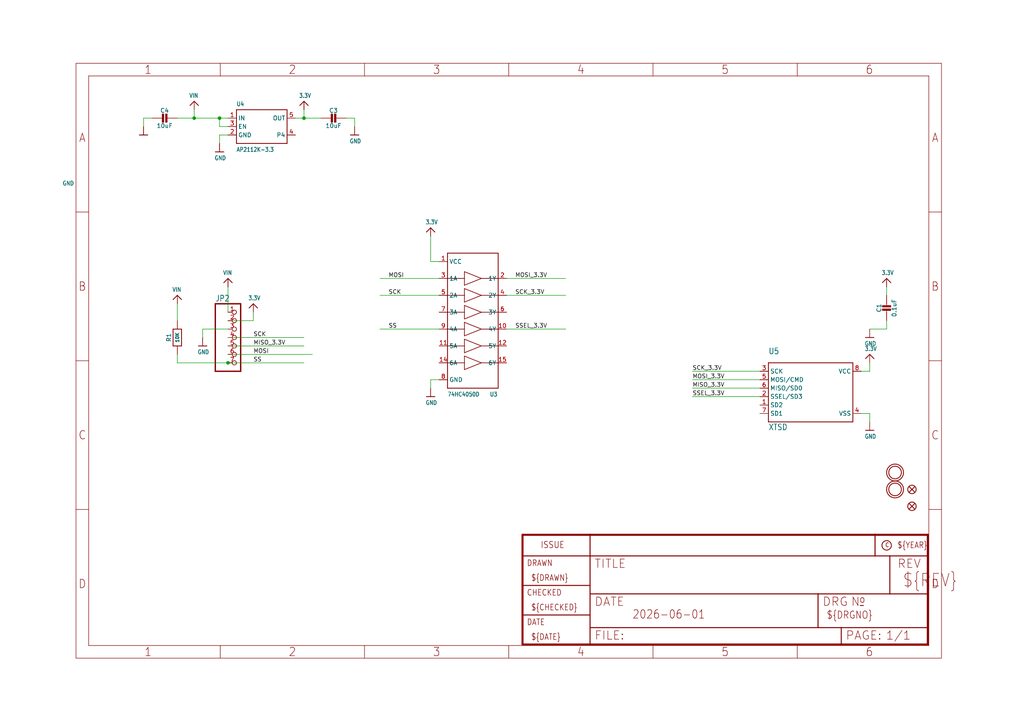
<source format=kicad_sch>
(kicad_sch (version 20230121) (generator eeschema)
  (paper "User" 308.026 217.322)
  (lib_symbols
    (symbol "working-eagle-import:3.3V" (power)
      (property "Value" "3.3V" (at -1.524 1.016 0))
      (symbol "3.3V_1_0"
        (polyline (pts (xy -1.27 -1.27) (xy 0 0)) (stroke (width 0.254)))
        (polyline (pts (xy 0 0) (xy 1.27 -1.27)) (stroke (width 0.254)))
        (pin power_in line (at 0 -2.54 90) (length 2.54) (name "3.3V") (number "1"))
      )
    )
    (symbol "working-eagle-import:74HC4050DTSSOP"
      (property "Reference" "U" (at -7.62 22.86 0))
      (symbol "74HC4050DTSSOP_1_0"
        (polyline (pts (xy -7.62 -20.32) (xy -7.62 20.32)) (stroke (width 0.254)))
        (polyline (pts (xy -7.62 -12.7) (xy -2.54 -12.7)) (stroke (width 0.2032)))
        (polyline (pts (xy -7.62 -7.62) (xy -2.54 -7.62)) (stroke (width 0.2032)))
        (polyline (pts (xy -7.62 -2.54) (xy -2.54 -2.54)) (stroke (width 0.2032)))
        (polyline (pts (xy -7.62 2.54) (xy -2.54 2.54)) (stroke (width 0.2032)))
        (polyline (pts (xy -7.62 7.62) (xy -2.54 7.62)) (stroke (width 0.2032)))
        (polyline (pts (xy -7.62 12.7) (xy -2.54 12.7)) (stroke (width 0.2032)))
        (polyline (pts (xy -7.62 20.32) (xy 7.62 20.32)) (stroke (width 0.254)))
        (polyline (pts (xy -2.54 -14.732) (xy -2.54 -12.7)) (stroke (width 0.2032)))
        (polyline (pts (xy -2.54 -14.732) (xy 2.54 -12.7)) (stroke (width 0.2032)))
        (polyline (pts (xy -2.54 -12.7) (xy -2.54 -10.668)) (stroke (width 0.2032)))
        (polyline (pts (xy -2.54 -9.652) (xy -2.54 -7.62)) (stroke (width 0.2032)))
        (polyline (pts (xy -2.54 -9.652) (xy 2.54 -7.62)) (stroke (width 0.2032)))
        (polyline (pts (xy -2.54 -7.62) (xy -2.54 -5.588)) (stroke (width 0.2032)))
        (polyline (pts (xy -2.54 -4.572) (xy -2.54 -2.54)) (stroke (width 0.2032)))
        (polyline (pts (xy -2.54 -4.572) (xy 2.54 -2.54)) (stroke (width 0.2032)))
        (polyline (pts (xy -2.54 -2.54) (xy -2.54 -0.508)) (stroke (width 0.2032)))
        (polyline (pts (xy -2.54 0.508) (xy -2.54 2.54)) (stroke (width 0.2032)))
        (polyline (pts (xy -2.54 0.508) (xy 2.54 2.54)) (stroke (width 0.2032)))
        (polyline (pts (xy -2.54 2.54) (xy -2.54 4.572)) (stroke (width 0.2032)))
        (polyline (pts (xy -2.54 5.588) (xy -2.54 7.62)) (stroke (width 0.2032)))
        (polyline (pts (xy -2.54 5.588) (xy 2.54 7.62)) (stroke (width 0.2032)))
        (polyline (pts (xy -2.54 7.62) (xy -2.54 9.652)) (stroke (width 0.2032)))
        (polyline (pts (xy -2.54 10.668) (xy -2.54 12.7)) (stroke (width 0.2032)))
        (polyline (pts (xy -2.54 10.668) (xy 2.54 12.7)) (stroke (width 0.2032)))
        (polyline (pts (xy -2.54 12.7) (xy -2.54 14.732)) (stroke (width 0.2032)))
        (polyline (pts (xy 2.54 -12.7) (xy -2.54 -10.668)) (stroke (width 0.2032)))
        (polyline (pts (xy 2.54 -12.7) (xy 7.62 -12.7)) (stroke (width 0.2032)))
        (polyline (pts (xy 2.54 -7.62) (xy -2.54 -5.588)) (stroke (width 0.2032)))
        (polyline (pts (xy 2.54 -7.62) (xy 7.62 -7.62)) (stroke (width 0.2032)))
        (polyline (pts (xy 2.54 -2.54) (xy -2.54 -0.508)) (stroke (width 0.2032)))
        (polyline (pts (xy 2.54 -2.54) (xy 7.62 -2.54)) (stroke (width 0.2032)))
        (polyline (pts (xy 2.54 2.54) (xy -2.54 4.572)) (stroke (width 0.2032)))
        (polyline (pts (xy 2.54 2.54) (xy 7.62 2.54)) (stroke (width 0.2032)))
        (polyline (pts (xy 2.54 7.62) (xy -2.54 9.652)) (stroke (width 0.2032)))
        (polyline (pts (xy 2.54 7.62) (xy 7.62 7.62)) (stroke (width 0.2032)))
        (polyline (pts (xy 2.54 12.7) (xy -2.54 14.732)) (stroke (width 0.2032)))
        (polyline (pts (xy 2.54 12.7) (xy 7.62 12.7)) (stroke (width 0.2032)))
        (polyline (pts (xy 7.62 -20.32) (xy -7.62 -20.32)) (stroke (width 0.254)))
        (polyline (pts (xy 7.62 12.7) (xy 7.62 -20.32)) (stroke (width 0.254)))
        (polyline (pts (xy 7.62 20.32) (xy 7.62 12.7)) (stroke (width 0.254)))
        (pin bidirectional line (at -10.16 17.78 0) (length 2.54) (name "VCC") (number "1"))
        (pin bidirectional line (at 10.16 -2.54 180) (length 2.54) (name "4Y") (number "10"))
        (pin bidirectional line (at -10.16 -7.62 0) (length 2.54) (name "5A") (number "11"))
        (pin bidirectional line (at 10.16 -7.62 180) (length 2.54) (name "5Y") (number "12"))
        (pin bidirectional line (at -10.16 -12.7 0) (length 2.54) (name "6A") (number "14"))
        (pin bidirectional line (at 10.16 -12.7 180) (length 2.54) (name "6Y") (number "15"))
        (pin bidirectional line (at 10.16 12.7 180) (length 2.54) (name "1Y") (number "2"))
        (pin bidirectional line (at -10.16 12.7 0) (length 2.54) (name "1A") (number "3"))
        (pin bidirectional line (at 10.16 7.62 180) (length 2.54) (name "2Y") (number "4"))
        (pin bidirectional line (at -10.16 7.62 0) (length 2.54) (name "2A") (number "5"))
        (pin bidirectional line (at 10.16 2.54 180) (length 2.54) (name "3Y") (number "6"))
        (pin bidirectional line (at -10.16 2.54 0) (length 2.54) (name "3A") (number "7"))
        (pin bidirectional line (at -10.16 -17.78 0) (length 2.54) (name "GND") (number "8"))
        (pin bidirectional line (at -10.16 -2.54 0) (length 2.54) (name "4A") (number "9"))
      )
    )
    (symbol "working-eagle-import:CAP_CERAMIC0603_NO"
      (property "Reference" "C" (at -2.29 1.25 90))
      (symbol "CAP_CERAMIC0603_NO_1_0"
        (rectangle (start -1.27 0.508) (end 1.27 1.016) (fill (type outline)))
        (rectangle (start -1.27 1.524) (end 1.27 2.032) (fill (type outline)))
        (polyline (pts (xy 0 0.762) (xy 0 0)) (stroke (width 0.1524)))
        (polyline (pts (xy 0 2.54) (xy 0 1.778)) (stroke (width 0.1524)))
        (pin passive line (at 0 5.08 270) (length 2.54) (name "1") (number "1"))
        (pin passive line (at 0 -2.54 90) (length 2.54) (name "2") (number "2"))
      )
    )
    (symbol "working-eagle-import:CAP_CERAMIC0805-NOOUTLINE"
      (property "Reference" "C" (at -2.29 1.25 90))
      (symbol "CAP_CERAMIC0805-NOOUTLINE_1_0"
        (rectangle (start -1.27 0.508) (end 1.27 1.016) (fill (type outline)))
        (rectangle (start -1.27 1.524) (end 1.27 2.032) (fill (type outline)))
        (polyline (pts (xy 0 0.762) (xy 0 0)) (stroke (width 0.1524)))
        (polyline (pts (xy 0 2.54) (xy 0 1.778)) (stroke (width 0.1524)))
        (pin passive line (at 0 5.08 270) (length 2.54) (name "1") (number "1"))
        (pin passive line (at 0 -2.54 90) (length 2.54) (name "2") (number "2"))
      )
    )
    (symbol "working-eagle-import:FIDUCIAL_1MM"
      (symbol "FIDUCIAL_1MM_1_0"
        (polyline (pts (xy -0.762 0.762) (xy 0.762 -0.762)) (stroke (width 0.254)))
        (polyline (pts (xy 0.762 0.762) (xy -0.762 -0.762)) (stroke (width 0.254)))
        (circle (center 0 0) (radius 1.27) (stroke (width 0.254)))
      )
    )
    (symbol "working-eagle-import:FRAME_A4"
      (symbol "FRAME_A4_1_0"
        (polyline (pts (xy 0 44.7675) (xy 3.81 44.7675)))
        (polyline (pts (xy 0 89.535) (xy 3.81 89.535)))
        (polyline (pts (xy 0 134.3025) (xy 3.81 134.3025)))
        (polyline (pts (xy 3.81 3.81) (xy 3.81 175.26)))
        (polyline (pts (xy 43.3917 0) (xy 43.3917 3.81)))
        (polyline (pts (xy 43.3917 175.26) (xy 43.3917 179.07)))
        (polyline (pts (xy 86.7833 0) (xy 86.7833 3.81)))
        (polyline (pts (xy 86.7833 175.26) (xy 86.7833 179.07)))
        (polyline (pts (xy 130.175 0) (xy 130.175 3.81)))
        (polyline (pts (xy 130.175 175.26) (xy 130.175 179.07)))
        (polyline (pts (xy 173.5667 0) (xy 173.5667 3.81)))
        (polyline (pts (xy 173.5667 175.26) (xy 173.5667 179.07)))
        (polyline (pts (xy 216.9583 0) (xy 216.9583 3.81)))
        (polyline (pts (xy 216.9583 175.26) (xy 216.9583 179.07)))
        (polyline (pts (xy 256.54 3.81) (xy 3.81 3.81)))
        (polyline (pts (xy 256.54 3.81) (xy 256.54 8.89)) (stroke (width 0.1016)))
        (polyline (pts (xy 256.54 3.81) (xy 256.54 175.26)))
        (polyline (pts (xy 256.54 8.89) (xy 256.54 13.97)) (stroke (width 0.1016)))
        (polyline (pts (xy 256.54 13.97) (xy 256.54 19.05)) (stroke (width 0.1016)))
        (polyline (pts (xy 256.54 19.05) (xy 256.54 36.83)) (stroke (width 0.1016)))
        (polyline (pts (xy 256.54 44.7675) (xy 260.35 44.7675)))
        (polyline (pts (xy 256.54 89.535) (xy 260.35 89.535)))
        (polyline (pts (xy 256.54 134.3025) (xy 260.35 134.3025)))
        (polyline (pts (xy 256.54 175.26) (xy 3.81 175.26)))
        (polyline (pts (xy 0 0) (xy 260.35 0) (xy 260.35 179.07) (xy 0 179.07) (xy 0 0)))
        (text "1" (at 21.6958 1.905 0) (effects (font (size 2.54 2.286))))
        (text "1" (at 21.6958 177.165 0) (effects (font (size 2.54 2.286))))
        (text "2" (at 65.0875 1.905 0) (effects (font (size 2.54 2.286))))
        (text "2" (at 65.0875 177.165 0) (effects (font (size 2.54 2.286))))
        (text "3" (at 108.4792 1.905 0) (effects (font (size 2.54 2.286))))
        (text "3" (at 108.4792 177.165 0) (effects (font (size 2.54 2.286))))
        (text "4" (at 151.8708 1.905 0) (effects (font (size 2.54 2.286))))
        (text "4" (at 151.8708 177.165 0) (effects (font (size 2.54 2.286))))
        (text "5" (at 195.2625 1.905 0) (effects (font (size 2.54 2.286))))
        (text "5" (at 195.2625 177.165 0) (effects (font (size 2.54 2.286))))
        (text "6" (at 238.6542 1.905 0) (effects (font (size 2.54 2.286))))
        (text "6" (at 238.6542 177.165 0) (effects (font (size 2.54 2.286))))
        (text "A" (at 1.905 156.6863 0) (effects (font (size 2.54 2.286))))
        (text "A" (at 258.445 156.6863 0) (effects (font (size 2.54 2.286))))
        (text "B" (at 1.905 111.9188 0) (effects (font (size 2.54 2.286))))
        (text "B" (at 258.445 111.9188 0) (effects (font (size 2.54 2.286))))
        (text "C" (at 1.905 67.1513 0) (effects (font (size 2.54 2.286))))
        (text "C" (at 258.445 67.1513 0) (effects (font (size 2.54 2.286))))
        (text "D" (at 1.905 22.3838 0) (effects (font (size 2.54 2.286))))
        (text "D" (at 258.445 22.3838 0) (effects (font (size 2.54 2.286))))
      )
      (symbol "FRAME_A4_2_0"
        (polyline (pts (xy -0.3048 1.5748) (xy 20.0152 1.5748)) (stroke (width 0.6096)))
        (polyline (pts (xy -0.3048 10.4648) (xy -0.3048 1.5748)) (stroke (width 0.6096)))
        (polyline (pts (xy -0.3048 10.4648) (xy 20.0152 10.4648)) (stroke (width 0.3048)))
        (polyline (pts (xy -0.3048 19.3548) (xy -0.3048 10.4648)) (stroke (width 0.6096)))
        (polyline (pts (xy -0.3048 19.3548) (xy 20.0152 19.3548)) (stroke (width 0.3048)))
        (polyline (pts (xy -0.3048 28.2448) (xy -0.3048 19.3548)) (stroke (width 0.6096)))
        (polyline (pts (xy -0.3048 28.2448) (xy 20.0152 28.2448)) (stroke (width 0.3048)))
        (polyline (pts (xy -0.3048 34.5948) (xy -0.3048 28.2448)) (stroke (width 0.6096)))
        (polyline (pts (xy 20.0152 1.5748) (xy 20.0152 6.6548)) (stroke (width 0.3048)))
        (polyline (pts (xy 20.0152 1.5748) (xy 95.5802 1.5748)) (stroke (width 0.6096)))
        (polyline (pts (xy 20.0152 6.6548) (xy 20.0152 10.4648)) (stroke (width 0.3048)))
        (polyline (pts (xy 20.0152 6.6548) (xy 88.5952 6.6548)) (stroke (width 0.3048)))
        (polyline (pts (xy 20.0152 10.4648) (xy 20.0152 16.8148)) (stroke (width 0.3048)))
        (polyline (pts (xy 20.0152 16.8148) (xy 20.0152 19.3548)) (stroke (width 0.3048)))
        (polyline (pts (xy 20.0152 19.3548) (xy 20.0152 28.2448)) (stroke (width 0.3048)))
        (polyline (pts (xy 20.0152 28.2448) (xy 20.0152 34.5948)) (stroke (width 0.3048)))
        (polyline (pts (xy 20.0152 28.2448) (xy 105.7402 28.2448)) (stroke (width 0.3048)))
        (polyline (pts (xy 20.0152 34.5948) (xy -0.3048 34.5948)) (stroke (width 0.6096)))
        (polyline (pts (xy 88.5952 6.6548) (xy 95.5802 6.6548)) (stroke (width 0.3048)))
        (polyline (pts (xy 88.5952 16.8148) (xy 20.0152 16.8148)) (stroke (width 0.3048)))
        (polyline (pts (xy 88.5952 16.8148) (xy 88.5952 6.6548)) (stroke (width 0.3048)))
        (polyline (pts (xy 95.5802 1.5748) (xy 121.6152 1.5748)) (stroke (width 0.6096)))
        (polyline (pts (xy 95.5802 6.6548) (xy 95.5802 1.5748)) (stroke (width 0.3048)))
        (polyline (pts (xy 95.5802 6.6548) (xy 121.6152 6.6548)) (stroke (width 0.3048)))
        (polyline (pts (xy 101.2952 13.3223) (xy 102.2477 13.3223)) (stroke (width 0.254)))
        (polyline (pts (xy 105.7402 28.2448) (xy 105.7402 34.5948)) (stroke (width 0.3048)))
        (polyline (pts (xy 105.7402 28.2448) (xy 110.1852 28.2448)) (stroke (width 0.3048)))
        (polyline (pts (xy 105.7402 34.5948) (xy 20.0152 34.5948)) (stroke (width 0.6096)))
        (polyline (pts (xy 110.1852 16.8148) (xy 88.5952 16.8148)) (stroke (width 0.3048)))
        (polyline (pts (xy 110.1852 28.2448) (xy 110.1852 16.8148)) (stroke (width 0.3048)))
        (polyline (pts (xy 110.1852 28.2448) (xy 121.6152 28.2448)) (stroke (width 0.3048)))
        (polyline (pts (xy 121.6152 6.6548) (xy 121.6152 1.5748)) (stroke (width 0.6096)))
        (polyline (pts (xy 121.6152 16.8148) (xy 110.1852 16.8148)) (stroke (width 0.3048)))
        (polyline (pts (xy 121.6152 16.8148) (xy 121.6152 6.6548)) (stroke (width 0.6096)))
        (polyline (pts (xy 121.6152 28.2448) (xy 121.6152 16.8148)) (stroke (width 0.6096)))
        (polyline (pts (xy 121.6152 34.5948) (xy 105.7402 34.5948)) (stroke (width 0.6096)))
        (polyline (pts (xy 121.6152 34.5948) (xy 121.6152 28.2448)) (stroke (width 0.6096)))
        (circle (center 109.2327 31.4198) (radius 1.4199) (stroke (width 0.254)))
        (text "${#}/${##}" (at 108.9152 2.8448 0) (effects (font (size 2.54 2.54)) (justify left bottom)))
        (text "${CHECKED}" (at 2.2352 11.7348 0) (effects (font (size 1.778 1.5113)) (justify left bottom)))
        (text "${COMPANY}" (at 23.349 29.6735 0) (effects (font (size 3.175 2.6987) (thickness 0.5397) bold) (justify left bottom)))
        (text "${CURRENT_DATE}" (at 32.7152 9.1948 0) (effects (font (size 2.54 2.159)) (justify left bottom)))
        (text "${DATE}" (at 2.2352 2.8448 0) (effects (font (size 1.778 1.5113)) (justify left bottom)))
        (text "${DRAWN}" (at 2.2352 20.6248 0) (effects (font (size 1.778 1.5113)) (justify left bottom)))
        (text "${DRGNO}" (at 91.1352 9.1948 0) (effects (font (size 2.1844 1.8567)) (justify left bottom)))
        (text "${PROJECTNAME}" (at 33.0327 2.8448 0) (effects (font (size 2.54 2.159)) (justify left bottom)))
        (text "${REV}" (at 113.9952 18.7198 0) (effects (font (size 3.81 3.2385)) (justify left bottom)))
        (text "${YEAR}" (at 112.4077 30.4673 0) (effects (font (size 1.778 1.5113)) (justify left bottom)))
        (text "C" (at 108.7564 30.7848 0) (effects (font (size 1.27 1.0795)) (justify left bottom)))
        (text "CHECKED" (at 0.9652 16.1798 0) (effects (font (size 1.778 1.5113)) (justify left bottom)))
        (text "DATE" (at 0.9652 7.2898 0) (effects (font (size 1.778 1.5113)) (justify left bottom)))
        (text "DATE" (at 21.2852 13.0048 0) (effects (font (size 2.54 2.54)) (justify left bottom)))
        (text "DRAWN" (at 0.9652 25.0698 0) (effects (font (size 1.778 1.5113)) (justify left bottom)))
        (text "DRG" (at 89.8652 13.0048 0) (effects (font (size 2.54 2.54)) (justify left bottom)))
        (text "FILE:" (at 21.2852 2.8448 0) (effects (font (size 2.54 2.54)) (justify left bottom)))
        (text "ISSUE" (at 5.0927 30.4673 0) (effects (font (size 1.9304 1.6408)) (justify left bottom)))
        (text "N" (at 98.4377 13.0048 0) (effects (font (size 2.54 2.54)) (justify left bottom)))
        (text "o" (at 100.9777 13.9573 0) (effects (font (size 2.1844 1.8567)) (justify left bottom)))
        (text "PAGE:" (at 96.8502 2.8448 0) (effects (font (size 2.54 2.54)) (justify left bottom)))
        (text "REV" (at 112.4077 24.4348 0) (effects (font (size 2.54 2.54)) (justify left bottom)))
        (text "TITLE" (at 21.2852 24.4348 0) (effects (font (size 2.54 2.54)) (justify left bottom)))
      )
    )
    (symbol "working-eagle-import:GND" (power)
      (property "Value" "GND" (at -1.524 -2.54 0))
      (symbol "GND_1_0"
        (polyline (pts (xy -1.27 0) (xy 1.27 0)) (stroke (width 0.254)))
        (pin power_in line (at 0 2.54 270) (length 2.54) (name "GND") (number "1"))
      )
    )
    (symbol "working-eagle-import:HEADER-1X770MIL"
      (property "Reference" "JP" (at -6.35 10.795 0))
      (symbol "HEADER-1X770MIL_1_0"
        (polyline (pts (xy -6.35 -10.16) (xy 1.27 -10.16)) (stroke (width 0.4064)))
        (polyline (pts (xy -6.35 10.16) (xy -6.35 -10.16)) (stroke (width 0.4064)))
        (polyline (pts (xy 1.27 -10.16) (xy 1.27 10.16)) (stroke (width 0.4064)))
        (polyline (pts (xy 1.27 10.16) (xy -6.35 10.16)) (stroke (width 0.4064)))
        (pin passive inverted (at -2.54 7.62 0) (length 2.54) (name "1") (number "1"))
        (pin passive inverted (at -2.54 5.08 0) (length 2.54) (name "2") (number "2"))
        (pin passive inverted (at -2.54 2.54 0) (length 2.54) (name "3") (number "3"))
        (pin passive inverted (at -2.54 0 0) (length 2.54) (name "4") (number "4"))
        (pin passive inverted (at -2.54 -2.54 0) (length 2.54) (name "5") (number "5"))
        (pin passive inverted (at -2.54 -5.08 0) (length 2.54) (name "6") (number "6"))
        (pin passive inverted (at -2.54 -7.62 0) (length 2.54) (name "7") (number "7"))
      )
    )
    (symbol "working-eagle-import:MOUNTINGHOLE2.5"
      (symbol "MOUNTINGHOLE2.5_1_0"
        (circle (center 0 0) (radius 1.905) (stroke (width 0.254)))
        (circle (center 0 0) (radius 2.54) (stroke (width 0.254)))
      )
    )
    (symbol "working-eagle-import:RESISTOR_0603_NOOUT"
      (property "Reference" "R" (at 0 2.54 0))
      (symbol "RESISTOR_0603_NOOUT_1_0"
        (polyline (pts (xy -2.54 -1.27) (xy -2.54 1.27)) (stroke (width 0.254)))
        (polyline (pts (xy -2.54 1.27) (xy 2.54 1.27)) (stroke (width 0.254)))
        (polyline (pts (xy 2.54 -1.27) (xy -2.54 -1.27)) (stroke (width 0.254)))
        (polyline (pts (xy 2.54 1.27) (xy 2.54 -1.27)) (stroke (width 0.254)))
        (pin passive line (at -5.08 0 0) (length 2.54) (name "1") (number "1"))
        (pin passive line (at 5.08 0 180) (length 2.54) (name "2") (number "2"))
      )
    )
    (symbol "working-eagle-import:SMT_SDCARD_8PIN"
      (property "Reference" "U" (at -12.7 12.7 0))
      (symbol "SMT_SDCARD_8PIN_1_0"
        (polyline (pts (xy -12.7 -7.62) (xy -12.7 10.16)) (stroke (width 0.254)))
        (polyline (pts (xy -12.7 10.16) (xy 12.7 10.16)) (stroke (width 0.254)))
        (polyline (pts (xy 12.7 -7.62) (xy -12.7 -7.62)) (stroke (width 0.254)))
        (polyline (pts (xy 12.7 10.16) (xy 12.7 -7.62)) (stroke (width 0.254)))
        (pin bidirectional line (at -15.24 -2.54 0) (length 2.54) (name "SD2") (number "1"))
        (pin bidirectional line (at -15.24 0 0) (length 2.54) (name "SSEL/SD3") (number "2"))
        (pin input line (at -15.24 7.62 0) (length 2.54) (name "SCK") (number "3"))
        (pin power_in line (at 15.24 -5.08 180) (length 2.54) (name "VSS") (number "4"))
        (pin bidirectional line (at -15.24 5.08 0) (length 2.54) (name "MOSI/CMD") (number "5"))
        (pin bidirectional line (at -15.24 2.54 0) (length 2.54) (name "MISO/SD0") (number "6"))
        (pin bidirectional line (at -15.24 -5.08 0) (length 2.54) (name "SD1") (number "7"))
        (pin power_in line (at 15.24 7.62 180) (length 2.54) (name "VCC") (number "8"))
      )
    )
    (symbol "working-eagle-import:VIN" (power)
      (property "Value" "VIN" (at -1.524 1.016 0))
      (symbol "VIN_1_0"
        (polyline (pts (xy -1.27 -1.27) (xy 0 0)) (stroke (width 0.254)))
        (polyline (pts (xy 0 0) (xy 1.27 -1.27)) (stroke (width 0.254)))
        (pin power_in line (at 0 -2.54 90) (length 2.54) (name "VIN") (number "1"))
      )
    )
    (symbol "working-eagle-import:VREG_SOT23-5"
      (property "Reference" "U" (at -7.62 6.096 0))
      (symbol "VREG_SOT23-5_1_0"
        (polyline (pts (xy -7.62 -5.08) (xy -7.62 5.08)) (stroke (width 0.254)))
        (polyline (pts (xy -7.62 5.08) (xy 7.62 5.08)) (stroke (width 0.254)))
        (polyline (pts (xy 7.62 -5.08) (xy -7.62 -5.08)) (stroke (width 0.254)))
        (polyline (pts (xy 7.62 5.08) (xy 7.62 -5.08)) (stroke (width 0.254)))
        (pin power_in line (at -10.16 2.54 0) (length 2.54) (name "IN") (number "1"))
        (pin power_in line (at -10.16 -2.54 0) (length 2.54) (name "GND") (number "2"))
        (pin input line (at -10.16 0 0) (length 2.54) (name "EN") (number "3"))
        (pin bidirectional line (at 10.16 -2.54 180) (length 2.54) (name "P4") (number "4"))
        (pin power_in line (at 10.16 2.54 180) (length 2.54) (name "OUT") (number "5"))
      )
    )
  )
  (junction (at 58.42 35.56))
  (junction (at 66.04 35.56))
  (junction (at 68.58 109.22))
  (junction (at 91.44 35.56))
  (wire (pts (xy 68.58 109.22) (xy 91.44 109.22)) (stroke (width 0.1524)))
  (wire (pts (xy 132.08 88.9) (xy 114.3 88.9)) (stroke (width 0.1524)))
  (wire (pts (xy 91.44 35.56) (xy 91.44 33.02)) (stroke (width 0.1524)))
  (wire (pts (xy 60.96 99.06) (xy 60.96 101.6)) (stroke (width 0.1524)))
  (wire (pts (xy 129.54 78.74) (xy 129.54 71.12)) (stroke (width 0.1524)))
  (wire (pts (xy 76.2 96.52) (xy 76.2 93.98)) (stroke (width 0.1524)))
  (wire (pts (xy 152.4 99.06) (xy 170.18 99.06)) (stroke (width 0.1524)))
  (wire (pts (xy 228.6 116.84) (xy 208.28 116.84)) (stroke (width 0.1524)))
  (wire (pts (xy 68.58 101.6) (xy 91.44 101.6)) (stroke (width 0.1524)))
  (wire (pts (xy 104.14 35.56) (xy 106.68 35.56)) (stroke (width 0.1524)))
  (wire (pts (xy 132.08 99.06) (xy 114.3 99.06)) (stroke (width 0.1524)))
  (wire (pts (xy 58.42 35.56) (xy 53.34 35.56)) (stroke (width 0.1524)))
  (wire (pts (xy 53.34 96.52) (xy 53.34 91.44)) (stroke (width 0.1524)))
  (wire (pts (xy 53.34 109.22) (xy 53.34 106.68)) (stroke (width 0.1524)))
  (wire (pts (xy 68.58 106.68) (xy 93.98 106.68)) (stroke (width 0.1524)))
  (wire (pts (xy 228.6 111.76) (xy 208.28 111.76)) (stroke (width 0.1524)))
  (wire (pts (xy 66.04 35.56) (xy 58.42 35.56)) (stroke (width 0.1524)))
  (wire (pts (xy 66.04 38.1) (xy 66.04 35.56)) (stroke (width 0.1524)))
  (wire (pts (xy 43.18 35.56) (xy 43.18 38.1)) (stroke (width 0.1524)))
  (wire (pts (xy 152.4 88.9) (xy 170.18 88.9)) (stroke (width 0.1524)))
  (wire (pts (xy 58.42 35.56) (xy 58.42 33.02)) (stroke (width 0.1524)))
  (wire (pts (xy 66.04 40.64) (xy 66.04 43.18)) (stroke (width 0.1524)))
  (wire (pts (xy 266.7 99.06) (xy 266.7 96.52)) (stroke (width 0.1524)))
  (wire (pts (xy 68.58 40.64) (xy 66.04 40.64)) (stroke (width 0.1524)))
  (wire (pts (xy 68.58 35.56) (xy 66.04 35.56)) (stroke (width 0.1524)))
  (wire (pts (xy 261.62 111.76) (xy 261.62 109.22)) (stroke (width 0.1524)))
  (wire (pts (xy 261.62 99.06) (xy 266.7 99.06)) (stroke (width 0.1524)))
  (wire (pts (xy 132.08 78.74) (xy 129.54 78.74)) (stroke (width 0.1524)))
  (wire (pts (xy 259.08 111.76) (xy 261.62 111.76)) (stroke (width 0.1524)))
  (wire (pts (xy 68.58 96.52) (xy 76.2 96.52)) (stroke (width 0.1524)))
  (wire (pts (xy 68.58 99.06) (xy 60.96 99.06)) (stroke (width 0.1524)))
  (wire (pts (xy 68.58 38.1) (xy 66.04 38.1)) (stroke (width 0.1524)))
  (wire (pts (xy 132.08 83.82) (xy 114.3 83.82)) (stroke (width 0.1524)))
  (wire (pts (xy 106.68 35.56) (xy 106.68 38.1)) (stroke (width 0.1524)))
  (wire (pts (xy 261.62 124.46) (xy 261.62 127)) (stroke (width 0.1524)))
  (wire (pts (xy 228.6 114.3) (xy 208.28 114.3)) (stroke (width 0.1524)))
  (wire (pts (xy 152.4 83.82) (xy 170.18 83.82)) (stroke (width 0.1524)))
  (wire (pts (xy 266.7 86.36) (xy 266.7 88.9)) (stroke (width 0.1524)))
  (wire (pts (xy 259.08 124.46) (xy 261.62 124.46)) (stroke (width 0.1524)))
  (wire (pts (xy 68.58 104.14) (xy 91.44 104.14)) (stroke (width 0.1524)))
  (wire (pts (xy 129.54 114.3) (xy 129.54 116.84)) (stroke (width 0.1524)))
  (wire (pts (xy 91.44 35.56) (xy 96.52 35.56)) (stroke (width 0.1524)))
  (wire (pts (xy 68.58 86.36) (xy 68.58 93.98)) (stroke (width 0.1524)))
  (wire (pts (xy 88.9 35.56) (xy 91.44 35.56)) (stroke (width 0.1524)))
  (wire (pts (xy 68.58 109.22) (xy 53.34 109.22)) (stroke (width 0.1524)))
  (wire (pts (xy 228.6 119.38) (xy 208.28 119.38)) (stroke (width 0.1524)))
  (wire (pts (xy 132.08 114.3) (xy 129.54 114.3)) (stroke (width 0.1524)))
  (wire (pts (xy 45.72 35.56) (xy 43.18 35.56)) (stroke (width 0.1524)))
  (label "MISO_3.3V" (at 208.28 116.84 0) (effects (font (size 1.2446 1.2446))))
  (label "SSEL_3.3V" (at 208.28 119.38 0) (effects (font (size 1.2446 1.2446))))
  (label "SCK_3.3V" (at 208.28 111.76 0) (effects (font (size 1.2446 1.2446))))
  (label "SCK" (at 116.84 88.9 0) (effects (font (size 1.2446 1.2446))))
  (label "SCK_3.3V" (at 154.94 88.9 0) (effects (font (size 1.2446 1.2446))))
  (label "MOSI_3.3V" (at 208.28 114.3 0) (effects (font (size 1.2446 1.2446))))
  (label "SS" (at 76.2 109.22 0) (effects (font (size 1.2446 1.2446))))
  (label "SCK" (at 76.2 101.6 0) (effects (font (size 1.2446 1.2446))))
  (label "MISO_3.3V" (at 76.2 104.14 0) (effects (font (size 1.2446 1.2446))))
  (label "SSEL_3.3V" (at 154.94 99.06 0) (effects (font (size 1.2446 1.2446))))
  (label "SS" (at 116.84 99.06 0) (effects (font (size 1.2446 1.2446))))
  (label "MOSI_3.3V" (at 154.94 83.82 0) (effects (font (size 1.2446 1.2446))))
  (label "MOSI" (at 76.2 106.68 0) (effects (font (size 1.2446 1.2446))))
  (label "MOSI" (at 116.84 83.82 0) (effects (font (size 1.2446 1.2446))))
  (symbol (lib_id "working-eagle-import:3.3V") (at 76.2 91.44 0) (unit 1)
    (property "Reference" "#U$18" (effects hide))
    (property "Value" "3.3V" (at 74.676 90.424 0) (effects (font (size 1.27 1.0795)) (justify left bottom)))
  )
  (symbol (lib_id "working-eagle-import:GND") (at 129.54 119.38 0) (unit 1)
    (property "Reference" "#U$3" (effects hide))
    (property "Value" "GND" (at 128.016 121.92 0) (effects (font (size 1.27 1.0795)) (justify left bottom)))
  )
  (symbol (lib_id "working-eagle-import:CAP_CERAMIC0805-NOOUTLINE") (at 99.06 35.56 270) (unit 1)
    (property "Reference" "C3" (at 100.31 33.27 90))
    (property "Value" "10uF" (at 100.31 37.86 90))
    (property "Footprint" "working:0805-NO" (effects hide))
  )
  (symbol (lib_id "working-eagle-import:VIN") (at 53.34 88.9 0) (unit 1)
    (property "Reference" "#U$14" (effects hide))
    (property "Value" "VIN" (at 51.816 87.884 0) (effects (font (size 1.27 1.0795)) (justify left bottom)))
  )
  (symbol (lib_id "working-eagle-import:RESISTOR_0603_NOOUT") (at 53.34 101.6 90) (unit 1)
    (property "Reference" "R1" (at 50.8 101.6 0))
    (property "Value" "10K" (at 53.34 101.6 0) (effects (font (size 1.016 1.016) bold)))
    (property "Footprint" "working:0603-NO" (effects hide))
  )
  (symbol (lib_id "working-eagle-import:GND") (at 106.68 40.64 0) (unit 1)
    (property "Reference" "#U$10" (effects hide))
    (property "Value" "GND" (at 105.156 43.18 0) (effects (font (size 1.27 1.0795)) (justify left bottom)))
  )
  (symbol (lib_id "working-eagle-import:VREG_SOT23-5") (at 78.74 38.1 0) (unit 1)
    (property "Reference" "U4" (at 71.12 32.004 0) (effects (font (size 1.27 1.0795)) (justify left bottom)))
    (property "Value" "AP2112K-3.3" (at 71.12 45.72 0) (effects (font (size 1.27 1.0795)) (justify left bottom)))
    (property "Footprint" "working:SOT23-5" (effects hide))
  )
  (symbol (lib_id "working-eagle-import:MOUNTINGHOLE2.5") (at 269.24 142.24 0) (unit 1)
    (property "Reference" "U$17" (effects hide))
    (property "Value" "MOUNTINGHOLE2.5" (effects hide))
    (property "Footprint" "working:MOUNTINGHOLE_2.5_PLATED" (effects hide))
  )
  (symbol (lib_id "working-eagle-import:74HC4050DTSSOP") (at 142.24 96.52 0) (unit 1)
    (property "Reference" "U3" (at 147.32 119.38 0) (effects (font (size 1.27 1.0795)) (justify left bottom)))
    (property "Value" "74HC4050D" (at 134.62 119.38 0) (effects (font (size 1.27 1.0795)) (justify left bottom)))
    (property "Footprint" "working:TSSOP16" (effects hide))
  )
  (symbol (lib_id "working-eagle-import:CAP_CERAMIC0603_NO") (at 266.7 93.98 0) (unit 1)
    (property "Reference" "C1" (at 264.41 92.73 90))
    (property "Value" "0.1uF" (at 269 92.73 90))
    (property "Footprint" "working:0603-NO" (effects hide))
  )
  (symbol (lib_id "working-eagle-import:FIDUCIAL_1MM") (at 274.32 152.4 0) (unit 1)
    (property "Reference" "FID2" (effects hide))
    (property "Value" "FIDUCIAL_1MM" (effects hide))
    (property "Footprint" "working:FIDUCIAL_1MM" (effects hide))
  )
  (symbol (lib_id "working-eagle-import:FIDUCIAL_1MM") (at 274.32 147.32 0) (unit 1)
    (property "Reference" "FID3" (effects hide))
    (property "Value" "FIDUCIAL_1MM" (effects hide))
    (property "Footprint" "working:FIDUCIAL_1MM" (effects hide))
  )
  (symbol (lib_id "working-eagle-import:3.3V") (at 91.44 30.48 0) (unit 1)
    (property "Reference" "#U$1" (effects hide))
    (property "Value" "3.3V" (at 89.916 29.464 0) (effects (font (size 1.27 1.0795)) (justify left bottom)))
  )
  (symbol (lib_id "working-eagle-import:CAP_CERAMIC0805-NOOUTLINE") (at 48.26 35.56 270) (unit 1)
    (property "Reference" "C4" (at 49.51 33.27 90))
    (property "Value" "10uF" (at 49.51 37.86 90))
    (property "Footprint" "working:0805-NO" (effects hide))
  )
  (symbol (lib_id "working-eagle-import:VIN") (at 68.58 83.82 0) (unit 1)
    (property "Reference" "#U$15" (effects hide))
    (property "Value" "VIN" (at 67.056 82.804 0) (effects (font (size 1.27 1.0795)) (justify left bottom)))
  )
  (symbol (lib_id "working-eagle-import:3.3V") (at 129.54 68.58 0) (unit 1)
    (property "Reference" "#U$20" (effects hide))
    (property "Value" "3.3V" (at 128.016 67.564 0) (effects (font (size 1.27 1.0795)) (justify left bottom)))
  )
  (symbol (lib_id "working-eagle-import:VIN") (at 58.42 30.48 0) (unit 1)
    (property "Reference" "#U$2" (effects hide))
    (property "Value" "VIN" (at 56.896 29.464 0) (effects (font (size 1.27 1.0795)) (justify left bottom)))
  )
  (symbol (lib_id "working-eagle-import:SMT_SDCARD_8PIN") (at 243.84 119.38 0) (unit 1)
    (property "Reference" "U5" (at 231.14 106.68 0) (effects (font (size 1.778 1.5113)) (justify left bottom)))
    (property "Value" "XTSD" (at 231.14 129.54 0) (effects (font (size 1.778 1.5113)) (justify left bottom)))
    (property "Footprint" "working:LGA8_8X6" (effects hide))
  )
  (symbol (lib_id "working-eagle-import:GND") (at 66.04 45.72 0) (unit 1)
    (property "Reference" "#U$4" (effects hide))
    (property "Value" "GND" (at 64.516 48.26 0) (effects (font (size 1.27 1.0795)) (justify left bottom)))
  )
  (symbol (lib_id "working-eagle-import:FRAME_A4") (at 157.48 195.58 0) (unit 2)
    (property "Reference" "#FRAME1" (effects hide))
    (property "Value" "FRAME_A4" (effects hide))
  )
  (symbol (lib_id "working-eagle-import:GND") (at 261.62 129.54 0) (unit 1)
    (property "Reference" "#U$8" (effects hide))
    (property "Value" "GND" (at 260.096 132.08 0) (effects (font (size 1.27 1.0795)) (justify left bottom)))
  )
  (symbol (lib_id "working-eagle-import:GND") (at 60.96 104.14 0) (unit 1)
    (property "Reference" "#U$5" (effects hide))
    (property "Value" "GND" (at 59.436 106.68 0) (effects (font (size 1.27 1.0795)) (justify left bottom)))
  )
  (symbol (lib_id "working-eagle-import:MOUNTINGHOLE2.5") (at 269.24 147.32 0) (unit 1)
    (property "Reference" "U$16" (effects hide))
    (property "Value" "MOUNTINGHOLE2.5" (effects hide))
    (property "Footprint" "working:MOUNTINGHOLE_2.5_PLATED" (effects hide))
  )
  (symbol (lib_id "working-eagle-import:FRAME_A4") (at 22.86 198.12 0) (unit 1)
    (property "Reference" "#FRAME1" (effects hide))
    (property "Value" "FRAME_A4" (effects hide))
  )
  (symbol (lib_id "working-eagle-import:HEADER-1X770MIL") (at 71.12 101.6 0) (unit 1)
    (property "Reference" "JP2" (at 64.77 90.805 0) (effects (font (size 1.778 1.5113)) (justify left bottom)))
    (property "Value" "HEADER-1X770MIL" (effects hide))
    (property "Footprint" "working:1X07_ROUND_70" (effects hide))
  )
  (symbol (lib_id "working-eagle-import:3.3V") (at 266.7 83.82 0) (unit 1)
    (property "Reference" "#U$6" (effects hide))
    (property "Value" "3.3V" (at 265.176 82.804 0) (effects (font (size 1.27 1.0795)) (justify left bottom)))
  )
  (symbol (lib_id "working-eagle-import:GND") (at 261.62 101.6 0) (unit 1)
    (property "Reference" "#U$9" (effects hide))
    (property "Value" "GND" (at 260.096 104.14 0) (effects (font (size 1.27 1.0795)) (justify left bottom)))
  )
  (symbol (lib_id "working-eagle-import:3.3V") (at 261.62 106.68 0) (unit 1)
    (property "Reference" "#U$7" (effects hide))
    (property "Value" "3.3V" (at 260.096 105.664 0) (effects (font (size 1.27 1.0795)) (justify left bottom)))
  )
  (symbol (lib_id "working-eagle-import:GND") (at 43.18 40.64 0) (unit 1)
    (property "Reference" "#U$11" (effects hide))
    (property "Value" "GND" (at 18.796 55.88 0) (effects (font (size 1.27 1.0795)) (justify left bottom)))
  )
)
</source>
